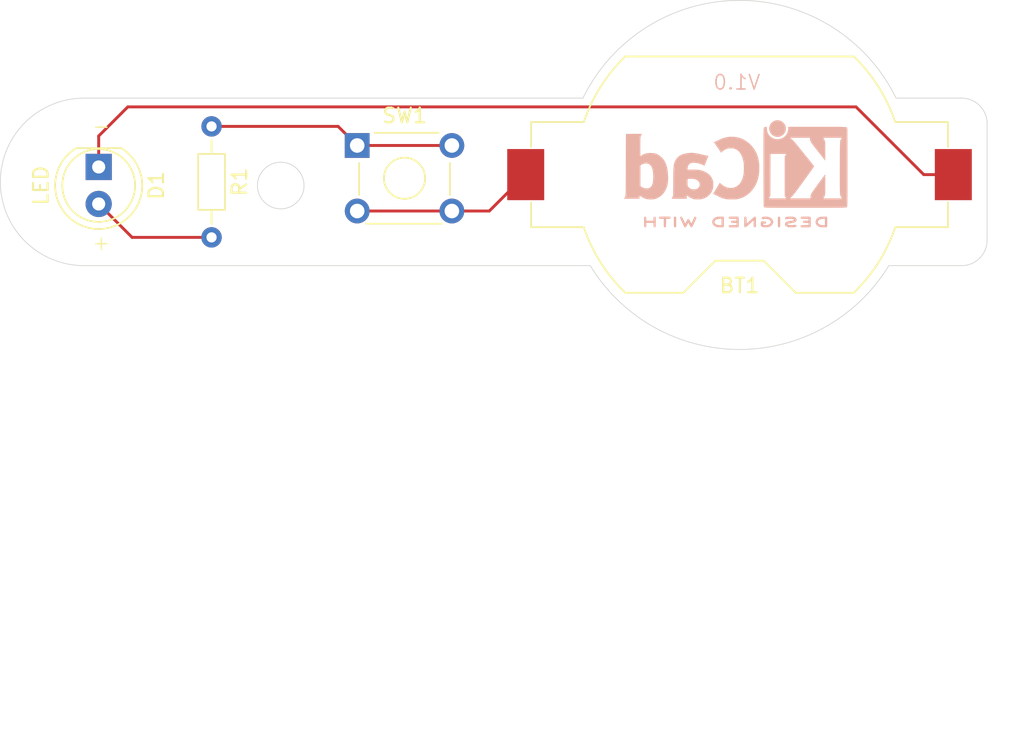
<source format=kicad_pcb>
(kicad_pcb (version 20240108) (generator "pcbnew") (generator_version "8.0")
  (title_block (title "LED Torch") (date "2024-05-20") (rev "0.1"))
  (layers (0 "F.Cu" signal) (31 "B.Cu" signal) (34 "B.Paste" user) (35 "F.Paste" user) (36 "B.SilkS" user "B.Silkscreen") (37 "F.SilkS" user "F.Silkscreen") (38 "B.Mask" user) (39 "F.Mask" user) (44 "Edge.Cuts" user))
  (net 0 "")
  (net 1 "/bat_pos")
  (net 2 "/LED_cathode")
  (net 3 "/LED_anode")
  (net 4 "/Switch_to_R")
  (footprint "Resistor_THT:R_Axial_DIN0204_L3.6mm_D1.6mm_P7.62mm_Horizontal" (layer "F.Cu") (at 121.5 93.69 -90)
    (property "Reference" "R1" (at 3.81 -1.92 90) (layer "F.SilkS"))
    (property "Value" "R")
    (pad "1" thru_hole circle (at 0 0 270) (size 1.4 1.4) (drill 0.7) (layers "*.Cu" "*.Mask") (net 4 "/Switch_to_R"))
    (pad "2" thru_hole oval (at 7.62 0 270) (size 1.4 1.4) (drill 0.7) (layers "*.Cu" "*.Mask") (net 3 "/LED_anode"))
  )
  (footprint "Button_Switch_THT:SW_TH_Tactile_Omron_B3F-10xx" (layer "F.Cu") (at 131.5 95)
    (property "Reference" "SW1" (at 3.25 -2.05 0) (layer "F.SilkS"))
    (property "Value" "SW_DPST_x2")
    (pad "1" thru_hole rect (at 0 0) (size 1.7 1.7) (drill 1) (layers "*.Cu" "*.Mask") (net 4 "/Switch_to_R"))
    (pad "1" thru_hole circle (at 6.5 0) (size 1.7 1.7) (drill 1) (layers "*.Cu" "*.Mask") (net 4 "/Switch_to_R"))
    (pad "2" thru_hole circle (at 0 4.5) (size 1.7 1.7) (drill 1) (layers "*.Cu" "*.Mask") (net 1 "/bat_pos"))
    (pad "2" thru_hole circle (at 6.5 4.5) (size 1.7 1.7) (drill 1) (layers "*.Cu" "*.Mask") (net 1 "/bat_pos"))
  )
  (footprint "LED_THT:LED_D5.0mm" (layer "F.Cu") (at 113.75 96.475 -90)
    (property "Reference" "D1" (at 1.27 -3.96 90) (layer "F.SilkS"))
    (property "Value" "LED" (at 1.27 3.96 90) (layer "F.SilkS"))
    (pad "1" thru_hole rect (at 0 0 270) (size 1.8 1.8) (drill 0.9) (layers "*.Cu" "*.Mask") (net 2 "/LED_cathode"))
    (pad "2" thru_hole circle (at 2.54 0 270) (size 1.8 1.8) (drill 0.9) (layers "*.Cu" "*.Mask") (net 3 "/LED_anode"))
  )
  (footprint "Battery:BatteryHolder_Keystone_1058_1x2032" (layer "F.Cu") (at 157.75 97)
    (property "Reference" "BT1" (at 0 7.62 0) (layer "F.SilkS"))
    (property "Value" "Battery_Cell")
    (pad "1" smd rect (at -14.68 0) (size 2.54 3.51) (layers "F.Cu" "F.Paste" "F.Mask") (net 1 "/bat_pos"))
    (pad "2" smd rect (at 14.68 0) (size 2.54 3.51) (layers "F.Cu" "F.Paste" "F.Mask") (net 2 "/LED_cathode"))
  )
  (footprint "Symbol:KiCad-Logo2_6mm_SilkScreen" (layer "B.Cu") (at 157.5 96.25 180)
    (property "Reference" "REF**" (hide yes))
    (property "Value" "KiCad-Logo2_6mm_SilkScreen" (hide yes))
  )
  (gr_line (start 168 103.25) (end 173 103.25) (stroke (width 0.05)) (layer "Edge.Cuts"))
  (gr_arc (start 112.75 103.25) (mid 107 97.5) (end 112.75 91.75) (stroke (width 0.05)) (layer "Edge.Cuts"))
  (gr_circle (center 126.25 97.75) (end 127.5 98.75) (stroke (width 0.05)) (fill none) (layer "Edge.Cuts"))
  (gr_line (start 174.75 101.5) (end 174.75 93.5) (stroke (width 0.05)) (layer "Edge.Cuts"))
  (gr_line (start 147 91.75) (end 112.75 91.75) (stroke (width 0.05)) (layer "Edge.Cuts"))
  (gr_arc (start 147 91.75) (mid 157.75 85.036514) (end 168.5 91.75) (stroke (width 0.05)) (layer "Edge.Cuts"))
  (gr_arc (start 168 103.25) (mid 157.75 109.005207) (end 147.5 103.25) (stroke (width 0.05)) (layer "Edge.Cuts"))
  (gr_line (start 112.75 103.25) (end 147.5 103.25) (stroke (width 0.05)) (layer "Edge.Cuts"))
  (gr_arc (start 173 91.75) (mid 174.237437 92.262563) (end 174.75 93.5) (stroke (width 0.05)) (layer "Edge.Cuts"))
  (gr_line (start 168.5 91.75) (end 173 91.75) (stroke (width 0.05)) (layer "Edge.Cuts"))
  (gr_arc (start 174.75 101.5) (mid 174.237437 102.737437) (end 173 103.25) (stroke (width 0.05)) (layer "Edge.Cuts"))
  (gr_text "V1.0" (at 159.25 91.25 0) (layer "B.SilkS") (effects (font (size 1 1) (thickness 0.1)) (justify left bottom mirror)))
  (gr_text "+" (at 113.25 102.25 0) (layer "F.SilkS") (effects (font (size 1 1) (thickness 0.1)) (justify left bottom)))
  (gr_text "-" (at 113.25 94.25 0) (layer "F.SilkS") (effects (font (size 1 1) (thickness 0.1)) (justify left bottom)))
  (segment (start 131.5 99.5) (end 138 99.5) (width 0.2) (layer "F.Cu") (net 1))
  (segment (start 138 99.5) (end 140.57 99.5) (width 0.2) (layer "F.Cu") (net 1))
  (segment (start 140.57 99.5) (end 143.07 97) (width 0.2) (layer "F.Cu") (net 1))
  (segment (start 113.75 96.475) (end 113.75 94.35) (width 0.2) (layer "F.Cu") (net 2))
  (segment (start 115.75 92.35) (end 165.75 92.35) (width 0.2) (layer "F.Cu") (net 2))
  (segment (start 170.4 97) (end 172.43 97) (width 0.2) (layer "F.Cu") (net 2))
  (segment (start 113.75 94.35) (end 115.75 92.35) (width 0.2) (layer "F.Cu") (net 2))
  (segment (start 165.75 92.35) (end 170.4 97) (width 0.2) (layer "F.Cu") (net 2))
  (segment (start 116.045 101.31) (end 113.75 99.015) (width 0.2) (layer "F.Cu") (net 3))
  (segment (start 121.5 101.31) (end 116.045 101.31) (width 0.2) (layer "F.Cu") (net 3))
  (segment (start 121.5 93.69) (end 130.19 93.69) (width 0.2) (layer "F.Cu") (net 4))
  (segment (start 130.19 93.69) (end 131.5 95) (width 0.2) (layer "F.Cu") (net 4))
  (segment (start 131.5 95) (end 138 95) (width 0.2) (layer "F.Cu") (net 4))
)
</source>
